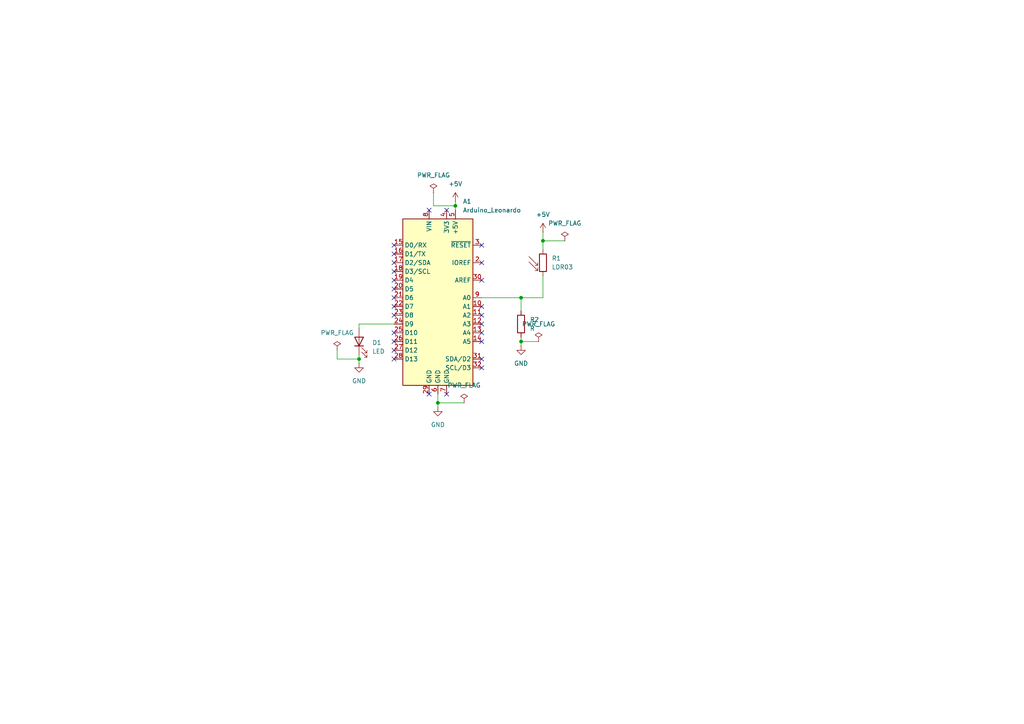
<source format=kicad_sch>
(kicad_sch (version 20250114) (generator "eeschema") (generator_version "9.0")
  (paper "A4")
  (lib_symbols
    (symbol "Device:LED" (pin_numbers (hide yes)) (pin_names (offset 1.016) (hide yes))
      (property "Reference" "D" (at 0 2.54 0))
      (property "Value" "LED" (at 0 -2.54 0))
      (symbol "LED_0_1"
        (polyline (pts (xy -3.048 -0.762) (xy -4.572 -2.286) (xy -3.81 -2.286) (xy -4.572 -2.286) (xy -4.572 -1.524)))
        (polyline (pts (xy -1.778 -0.762) (xy -3.302 -2.286) (xy -2.54 -2.286) (xy -3.302 -2.286) (xy -3.302 -1.524)))
        (polyline (pts (xy -1.27 0) (xy 1.27 0)))
        (polyline (pts (xy -1.27 -1.27) (xy -1.27 1.27)) (stroke (width 0.254)))
        (polyline (pts (xy 1.27 -1.27) (xy 1.27 1.27) (xy -1.27 0) (xy 1.27 -1.27)) (stroke (width 0.254)))
      )
      (symbol "LED_1_1"
        (pin passive line (at -3.81 0 0) (length 2.54) (name "K") (number "1"))
        (pin passive line (at 3.81 0 180) (length 2.54) (name "A") (number "2"))
      )
    )
    (symbol "Device:R" (pin_numbers (hide yes)) (pin_names (offset 0))
      (property "Reference" "R" (at 2.032 0 90))
      (property "Value" "R" (at 0 0 90))
      (symbol "R_0_1"
        (rectangle (start -1.016 -2.54) (end 1.016 2.54) (stroke (width 0.254)))
      )
      (symbol "R_1_1"
        (pin passive line (at 0 3.81 270) (length 1.27) (name "~") (number "1"))
        (pin passive line (at 0 -3.81 90) (length 1.27) (name "~") (number "2"))
      )
    )
    (symbol "MCU_Module:Arduino_Leonardo"
      (property "Reference" "A" (at -10.16 23.495 0))
      (property "Value" "Arduino_Leonardo" (at 5.08 -26.67 0))
      (symbol "Arduino_Leonardo_0_1"
        (rectangle (start -10.16 22.86) (end 10.16 -25.4) (stroke (width 0.254)) (fill (type background)))
      )
      (symbol "Arduino_Leonardo_1_1"
        (pin bidirectional line (at -12.7 15.24 0) (length 2.54) (name "D0/RX") (number "15"))
        (pin bidirectional line (at -12.7 12.7 0) (length 2.54) (name "D1/TX") (number "16"))
        (pin bidirectional line (at -12.7 10.16 0) (length 2.54) (name "D2/SDA") (number "17"))
        (pin bidirectional line (at -12.7 7.62 0) (length 2.54) (name "D3/SCL") (number "18"))
        (pin bidirectional line (at -12.7 5.08 0) (length 2.54) (name "D4") (number "19"))
        (pin bidirectional line (at -12.7 2.54 0) (length 2.54) (name "D5") (number "20"))
        (pin bidirectional line (at -12.7 0 0) (length 2.54) (name "D6") (number "21"))
        (pin bidirectional line (at -12.7 -2.54 0) (length 2.54) (name "D7") (number "22"))
        (pin bidirectional line (at -12.7 -5.08 0) (length 2.54) (name "D8") (number "23"))
        (pin bidirectional line (at -12.7 -7.62 0) (length 2.54) (name "D9") (number "24"))
        (pin bidirectional line (at -12.7 -10.16 0) (length 2.54) (name "D10") (number "25"))
        (pin bidirectional line (at -12.7 -12.7 0) (length 2.54) (name "D11") (number "26"))
        (pin bidirectional line (at -12.7 -15.24 0) (length 2.54) (name "D12") (number "27"))
        (pin bidirectional line (at -12.7 -17.78 0) (length 2.54) (name "D13") (number "28"))
        (pin no_connect line (at -10.16 -20.32 0) (length 2.54) (hide yes) (name "NC") (number "1"))
        (pin power_in line (at -2.54 25.4 270) (length 2.54) (name "VIN") (number "8"))
        (pin power_in line (at -2.54 -27.94 90) (length 2.54) (name "GND") (number "29"))
        (pin power_in line (at 0 -27.94 90) (length 2.54) (name "GND") (number "6"))
        (pin power_out line (at 2.54 25.4 270) (length 2.54) (name "3V3") (number "4"))
        (pin power_in line (at 2.54 -27.94 90) (length 2.54) (name "GND") (number "7"))
        (pin power_out line (at 5.08 25.4 270) (length 2.54) (name "+5V") (number "5"))
        (pin input line (at 12.7 15.24 180) (length 2.54) (name "~{RESET}") (number "3"))
        (pin output line (at 12.7 10.16 180) (length 2.54) (name "IOREF") (number "2"))
        (pin input line (at 12.7 5.08 180) (length 2.54) (name "AREF") (number "30"))
        (pin bidirectional line (at 12.7 0 180) (length 2.54) (name "A0") (number "9"))
        (pin bidirectional line (at 12.7 -2.54 180) (length 2.54) (name "A1") (number "10"))
        (pin bidirectional line (at 12.7 -5.08 180) (length 2.54) (name "A2") (number "11"))
        (pin bidirectional line (at 12.7 -7.62 180) (length 2.54) (name "A3") (number "12"))
        (pin bidirectional line (at 12.7 -10.16 180) (length 2.54) (name "A4") (number "13"))
        (pin bidirectional line (at 12.7 -12.7 180) (length 2.54) (name "A5") (number "14"))
        (pin bidirectional line (at 12.7 -17.78 180) (length 2.54) (name "SDA/D2") (number "31"))
        (pin bidirectional line (at 12.7 -20.32 180) (length 2.54) (name "SCL/D3") (number "32"))
      )
    )
    (symbol "Sensor_Optical:LDR03" (pin_numbers (hide yes)) (pin_names (offset 0))
      (property "Reference" "R" (at -5.08 0 90))
      (property "Value" "LDR03" (at 1.905 0 90))
      (symbol "LDR03_0_1"
        (polyline (pts (xy -1.524 -0.762) (xy -4.064 1.778)))
        (polyline (pts (xy -1.524 -0.762) (xy -2.286 -0.762)))
        (polyline (pts (xy -1.524 -0.762) (xy -1.524 0)))
        (polyline (pts (xy -1.524 -2.286) (xy -4.064 0.254)))
        (polyline (pts (xy -1.524 -2.286) (xy -2.286 -2.286)))
        (polyline (pts (xy -1.524 -2.286) (xy -1.524 -1.524)))
        (rectangle (start -1.016 2.54) (end 1.016 -2.54) (stroke (width 0.254)))
      )
      (symbol "LDR03_1_1"
        (pin passive line (at 0 3.81 270) (length 1.27) (name "~") (number "1"))
        (pin passive line (at 0 -3.81 90) (length 1.27) (name "~") (number "2"))
      )
    )
    (symbol "power:+5V" (power) (pin_numbers (hide yes)) (pin_names (offset 0) (hide yes))
      (property "Value" "+5V" (at 0 3.556 0))
      (symbol "+5V_0_1"
        (polyline (pts (xy -0.762 1.27) (xy 0 2.54)))
        (polyline (pts (xy 0 2.54) (xy 0.762 1.27)))
        (polyline (pts (xy 0 0) (xy 0 2.54)))
      )
      (symbol "+5V_1_1"
        (pin power_in line (at 0 0 90) (length 0) (name "~") (number "1"))
      )
    )
    (symbol "power:GND" (power) (pin_numbers (hide yes)) (pin_names (offset 0) (hide yes))
      (property "Value" "GND" (at 0 -3.81 0))
      (symbol "GND_0_1"
        (polyline (pts (xy 0 0) (xy 0 -1.27) (xy 1.27 -1.27) (xy 0 -2.54) (xy -1.27 -1.27) (xy 0 -1.27)))
      )
      (symbol "GND_1_1"
        (pin power_in line (at 0 0 270) (length 0) (name "~") (number "1"))
      )
    )
    (symbol "power:PWR_FLAG" (power) (pin_numbers (hide yes)) (pin_names (offset 0) (hide yes))
      (property "Value" "PWR_FLAG" (at 0 3.81 0))
      (symbol "PWR_FLAG_0_0"
        (pin power_out line (at 0 0 90) (length 0) (name "~") (number "1"))
      )
      (symbol "PWR_FLAG_0_1"
        (polyline (pts (xy 0 0) (xy 0 1.27) (xy -1.016 1.905) (xy 0 2.54) (xy 1.016 1.905) (xy 0 1.27)))
      )
    )
  )
  (junction (at 151.13 99.06))
  (junction (at 132.08 59.69))
  (junction (at 151.13 86.36))
  (junction (at 104.14 104.14))
  (junction (at 157.48 69.85))
  (junction (at 127 116.84))
  (no_connect (at 114.3 83.82))
  (no_connect (at 114.3 78.74))
  (no_connect (at 139.7 91.44))
  (no_connect (at 114.3 86.36))
  (no_connect (at 114.3 91.44))
  (no_connect (at 114.3 104.14))
  (no_connect (at 114.3 88.9))
  (no_connect (at 124.46 60.96))
  (no_connect (at 139.7 106.68))
  (no_connect (at 114.3 101.6))
  (no_connect (at 114.3 99.06))
  (no_connect (at 114.3 71.12))
  (no_connect (at 139.7 81.28))
  (no_connect (at 124.46 114.3))
  (no_connect (at 139.7 76.2))
  (no_connect (at 129.54 60.96))
  (no_connect (at 114.3 81.28))
  (no_connect (at 139.7 104.14))
  (no_connect (at 114.3 76.2))
  (no_connect (at 114.3 73.66))
  (no_connect (at 114.3 96.52))
  (no_connect (at 139.7 99.06))
  (no_connect (at 129.54 114.3))
  (no_connect (at 139.7 71.12))
  (no_connect (at 139.7 96.52))
  (no_connect (at 139.7 88.9))
  (no_connect (at 139.7 93.98))
  (wire (pts (xy 151.13 99.06) (xy 151.13 100.33)))
  (wire (pts (xy 132.08 58.42) (xy 132.08 59.69)))
  (wire (pts (xy 157.48 69.85) (xy 157.48 72.39)))
  (wire (pts (xy 127 114.3) (xy 127 116.84)))
  (wire (pts (xy 157.48 67.31) (xy 157.48 69.85)))
  (wire (pts (xy 97.79 104.14) (xy 97.79 101.6)))
  (wire (pts (xy 151.13 86.36) (xy 157.48 86.36)))
  (wire (pts (xy 104.14 95.25) (xy 104.14 93.98)))
  (wire (pts (xy 127 116.84) (xy 134.62 116.84)))
  (wire (pts (xy 132.08 59.69) (xy 132.08 60.96)))
  (wire (pts (xy 157.48 86.36) (xy 157.48 80.01)))
  (wire (pts (xy 104.14 102.87) (xy 104.14 104.14)))
  (wire (pts (xy 104.14 104.14) (xy 97.79 104.14)))
  (wire (pts (xy 127 116.84) (xy 127 118.11)))
  (wire (pts (xy 151.13 99.06) (xy 156.21 99.06)))
  (wire (pts (xy 125.73 59.69) (xy 132.08 59.69)))
  (wire (pts (xy 157.48 69.85) (xy 163.83 69.85)))
  (wire (pts (xy 139.7 86.36) (xy 151.13 86.36)))
  (wire (pts (xy 151.13 86.36) (xy 151.13 90.17)))
  (wire (pts (xy 125.73 55.88) (xy 125.73 59.69)))
  (wire (pts (xy 104.14 104.14) (xy 104.14 105.41)))
  (wire (pts (xy 151.13 97.79) (xy 151.13 99.06)))
  (wire (pts (xy 104.14 93.98) (xy 114.3 93.98)))
  (symbol (lib_id "power:PWR_FLAG") (at 125.73 55.88 0) (unit 1)
    (property "Reference" "#FLG05" (effects (hide yes)))
    (property "Value" "PWR_FLAG" (at 125.73 50.8 0))
    (property "Description" "Special symbol for telling ERC where power comes from" (effects (hide yes)))
  )
  (symbol (lib_id "MCU_Module:Arduino_Leonardo") (at 127 86.36 0) (unit 1)
    (property "Reference" "A1" (at 134.2233 58.42 0) (effects (justify left)))
    (property "Value" "Arduino_Leonardo" (at 134.2233 60.96 0) (effects (justify left)))
    (property "Footprint" "Module:Arduino_UNO_R3" (effects (hide yes)))
    (property "Datasheet" "https://www.arduino.cc/en/Main/ArduinoBoardLeonardo" (effects (hide yes)))
    (property "Description" "Arduino LEONARDO Microcontroller Module" (effects (hide yes)))
  )
  (symbol (lib_id "Device:LED") (at 104.14 99.06 90) (unit 1)
    (property "Reference" "D1" (at 107.95 99.3774 90) (effects (justify right)))
    (property "Value" "LED" (at 107.95 101.9174 90) (effects (justify right)))
    (property "Footprint" "LED_SMD:LED_0201_0603Metric" (effects (hide yes)))
    (property "Description" "Light emitting diode" (effects (hide yes)))
    (property "Sim.Pins" "1=K 2=A" (effects (hide yes)))
  )
  (symbol (lib_id "power:+5V") (at 157.48 67.31 0) (unit 1)
    (property "Reference" "#PWR01" (effects (hide yes)))
    (property "Value" "+5V" (at 157.48 62.23 0))
    (property "Description" "Power symbol creates a global label with name \"+5V\"" (effects (hide yes)))
  )
  (symbol (lib_id "power:PWR_FLAG") (at 156.21 99.06 0) (unit 1)
    (property "Reference" "#FLG03" (effects (hide yes)))
    (property "Value" "PWR_FLAG" (at 156.21 93.98 0))
    (property "Description" "Special symbol for telling ERC where power comes from" (effects (hide yes)))
  )
  (symbol (lib_id "power:GND") (at 127 118.11 0) (unit 1)
    (property "Reference" "#PWR04" (effects (hide yes)))
    (property "Value" "GND" (at 127 123.19 0))
    (property "Description" "Power symbol creates a global label with name \"GND\" , ground" (effects (hide yes)))
  )
  (symbol (lib_id "Device:R") (at 151.13 93.98 0) (unit 1)
    (property "Reference" "R2" (at 153.67 92.7099 0) (effects (justify left)))
    (property "Value" "R" (at 153.67 95.2499 0) (effects (justify left)))
    (property "Footprint" "OptoDevice:R_LDR_4.9x4.2mm_P2.54mm_Vertical" (effects (hide yes)))
    (property "Description" "Resistor" (effects (hide yes)))
  )
  (symbol (lib_id "power:+5V") (at 132.08 58.42 0) (unit 1)
    (property "Reference" "#PWR05" (effects (hide yes)))
    (property "Value" "+5V" (at 132.08 53.34 0))
    (property "Description" "Power symbol creates a global label with name \"+5V\"" (effects (hide yes)))
  )
  (symbol (lib_id "power:PWR_FLAG") (at 97.79 101.6 0) (unit 1)
    (property "Reference" "#FLG01" (effects (hide yes)))
    (property "Value" "PWR_FLAG" (at 97.79 96.52 0))
    (property "Description" "Special symbol for telling ERC where power comes from" (effects (hide yes)))
  )
  (symbol (lib_id "power:PWR_FLAG") (at 134.62 116.84 0) (unit 1)
    (property "Reference" "#FLG04" (effects (hide yes)))
    (property "Value" "PWR_FLAG" (at 134.62 111.76 0))
    (property "Description" "Special symbol for telling ERC where power comes from" (effects (hide yes)))
  )
  (symbol (lib_id "power:PWR_FLAG") (at 163.83 69.85 0) (unit 1)
    (property "Reference" "#FLG02" (effects (hide yes)))
    (property "Value" "PWR_FLAG" (at 163.83 64.77 0))
    (property "Description" "Special symbol for telling ERC where power comes from" (effects (hide yes)))
  )
  (symbol (lib_id "power:GND") (at 104.14 105.41 0) (unit 1)
    (property "Reference" "#PWR02" (effects (hide yes)))
    (property "Value" "GND" (at 104.14 110.49 0))
    (property "Description" "Power symbol creates a global label with name \"GND\" , ground" (effects (hide yes)))
  )
  (symbol (lib_id "Sensor_Optical:LDR03") (at 157.48 76.2 0) (unit 1)
    (property "Reference" "R1" (at 160.02 74.9299 0) (effects (justify left)))
    (property "Value" "LDR03" (at 160.02 77.4699 0) (effects (justify left)))
    (property "Footprint" "OptoDevice:R_LDR_10x8.5mm_P7.6mm_Vertical" (effects (hide yes)))
    (property "Datasheet" "http://www.elektronica-componenten.nl/WebRoot/StoreNL/Shops/61422969/54F1/BA0C/C664/31B9/2173/C0A8/2AB9/2AEF/LDR03IMP.pdf" (effects (hide yes)))
    (property "Description" "light dependent resistor" (effects (hide yes)))
  )
  (symbol (lib_id "power:GND") (at 151.13 100.33 0) (unit 1)
    (property "Reference" "#PWR03" (effects (hide yes)))
    (property "Value" "GND" (at 151.13 105.41 0))
    (property "Description" "Power symbol creates a global label with name \"GND\" , ground" (effects (hide yes)))
  )
)
</source>
